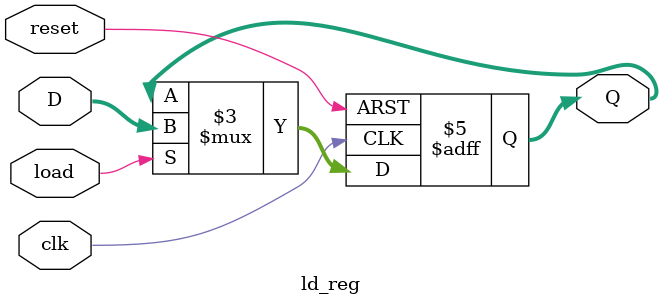
<source format=v>
`timescale 1ns / 1ps
module ld_reg(clk, reset, D, Q, load);
	
	// Input and Output declarations
	input            clk, reset, load;
	input      [7:0] D;
	output reg [7:0] Q;
	
	// Sequential block to read the load signal
	// When load is active Q gets D, else Q gets Q 
	always @(posedge clk, posedge reset)
		if(reset)
			Q <= 8'b0;
		else begin
			if(load)
				Q <= D;
			else
				Q <= Q;
		end // end of sequential begin for load asserted
		
endmodule // end of load register
</source>
